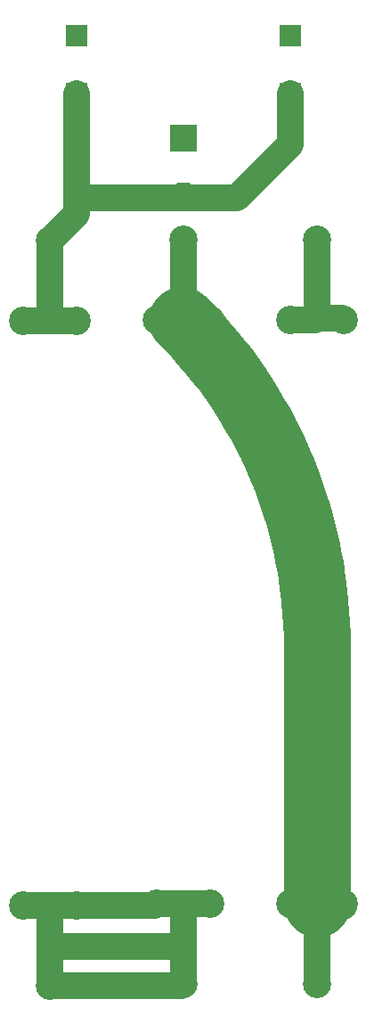
<source format=gbr>
G04 EAGLE Gerber RS-274X export*
G75*
%MOMM*%
%FSLAX34Y34*%
%LPD*%
%INTop Copper*%
%IPPOS*%
%AMOC8*
5,1,8,0,0,1.08239X$1,22.5*%
G01*
%ADD10P,2.749271X8X292.500000*%
%ADD11R,2.540000X2.540000*%
%ADD12C,2.700000*%
%ADD13R,2.100000X2.100000*%
%ADD14C,2.540000*%
%ADD15C,6.350000*%


D10*
X228600Y802132D03*
D11*
X228600Y857250D03*
D12*
X355600Y760800D03*
X381000Y684600D03*
X330200Y684600D03*
X381000Y129600D03*
X330200Y129600D03*
X355600Y53400D03*
X228600Y760800D03*
X203200Y684600D03*
X254000Y684600D03*
X203200Y129600D03*
X254000Y129600D03*
X228600Y53400D03*
X101600Y52000D03*
X76200Y128200D03*
X127000Y128200D03*
X76200Y683200D03*
X127000Y683200D03*
X101600Y759400D03*
D13*
X127000Y899600D03*
X127000Y954600D03*
X330200Y899600D03*
X330200Y954600D03*
D14*
X355600Y127000D02*
X355600Y53400D01*
X355600Y129600D02*
X381000Y129600D01*
X355600Y129600D02*
X330200Y129600D01*
X228600Y685800D02*
X228600Y760800D01*
X228600Y685800D02*
X227400Y684600D01*
X203200Y684600D01*
X229800Y684600D02*
X254000Y684600D01*
X229800Y684600D02*
X228600Y685800D01*
X332800Y127000D02*
X381000Y127000D01*
X332800Y127000D02*
X330200Y129600D01*
D15*
X355600Y129600D02*
X355600Y375098D01*
X355476Y385514D01*
X355104Y395925D01*
X354485Y406323D01*
X353618Y416704D01*
X352505Y427062D01*
X351145Y437389D01*
X349540Y447682D01*
X347690Y457934D01*
X345597Y468138D01*
X343262Y478290D01*
X340686Y488384D01*
X337870Y498413D01*
X334816Y508372D01*
X331527Y518256D01*
X328003Y528059D01*
X324247Y537775D01*
X320260Y547399D01*
X316046Y556926D01*
X311606Y566349D01*
X306943Y575665D01*
X302060Y584866D01*
X296959Y593949D01*
X291644Y602908D01*
X286116Y611738D01*
X280381Y620433D01*
X274440Y628990D01*
X268297Y637403D01*
X261955Y645667D01*
X255419Y653779D01*
X248691Y661732D01*
X241776Y669523D01*
X234678Y677147D01*
X227400Y684600D01*
D14*
X101600Y88900D02*
X101600Y52000D01*
X101600Y88900D02*
X101600Y127000D01*
X100400Y128200D01*
X76200Y128200D01*
X100400Y128200D02*
X127000Y128200D01*
X228600Y88900D02*
X228600Y53400D01*
X228600Y88900D02*
X228600Y127000D01*
X226000Y129600D01*
X203200Y129600D01*
X226000Y129600D02*
X254000Y129600D01*
X201800Y128200D02*
X127000Y128200D01*
X201800Y128200D02*
X203200Y129600D01*
X227200Y52000D02*
X101600Y52000D01*
X227200Y52000D02*
X228600Y53400D01*
X228600Y88900D02*
X101600Y88900D01*
X101600Y685800D02*
X101600Y759400D01*
X101600Y685800D02*
X99000Y683200D01*
X76200Y683200D01*
X104200Y683200D02*
X127000Y683200D01*
X104200Y683200D02*
X101600Y685800D01*
X101600Y759400D02*
X127000Y784800D01*
X127000Y800100D01*
X127000Y899600D01*
X226568Y800100D02*
X228600Y802132D01*
X226568Y800100D02*
X127000Y800100D01*
X330200Y850900D02*
X330200Y899600D01*
X330200Y850900D02*
X279400Y800100D01*
X226568Y800100D01*
X355600Y760800D02*
X355600Y685800D01*
X354400Y684600D01*
X330200Y684600D01*
X379800Y685800D02*
X381000Y684600D01*
X379800Y685800D02*
X355600Y685800D01*
M02*

</source>
